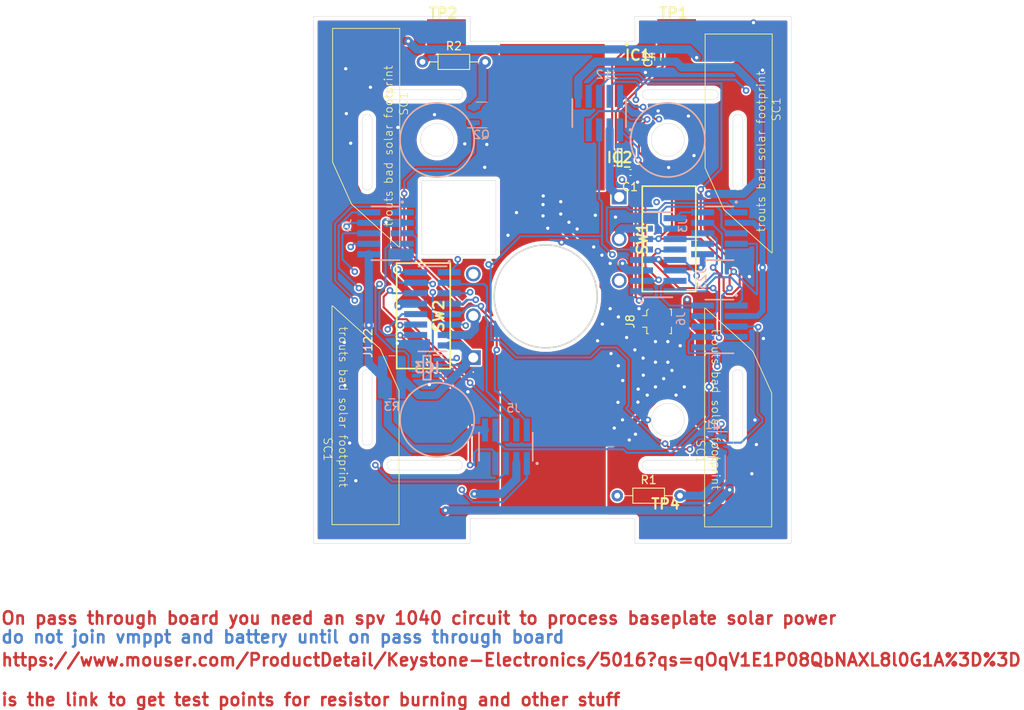
<source format=kicad_pcb>
(kicad_pcb (version 20221018) (generator pcbnew)
  (layers (0 "F.Cu" signal) (1 "In1.Cu" signal) (2 "In2.Cu" signal) (31 "B.Cu" signal) (34 "B.Paste" user) (35 "F.Paste" user) (36 "B.SilkS" user "B.Silkscreen") (37 "F.SilkS" user "F.Silkscreen") (38 "B.Mask" user) (39 "F.Mask" user) (44 "Edge.Cuts" user))
  (net 0 "")
  (net 1 "GND")
  (net 2 "+1V8")
  (net 3 "VMPPT")
  (net 4 "Battery +")
  (net 5 "SCL(1)")
  (net 6 "SDA(1)")
  (net 7 "SCL(2)")
  (net 8 "SDA(2) ")
  (net 9 "SDA(2)")
  (net 10 "PWM1(1)")
  (net 11 "PWM1(2)")
  (net 12 "PWM2(1)")
  (net 13 "1.8V")
  (net 14 "DRV ENABLE 3")
  (net 15 "DRV ENABLE 2")
  (net 16 "DRV ENABLE 1")
  (net 17 "PWM2(5)")
  (net 18 "MPPT ENABLE ")
  (net 19 "PWM1(5)")
  (net 20 "DRV ENABLE 5")
  (net 21 "PWM2(2) ")
  (net 22 "PWM1(3)")
  (net 23 "PWM2(3)")
  (net 24 "PWM1(4)")
  (net 25 "PWM2(4)")
  (net 26 "DRV ENABLE 4")
  (net 27 "RF ANTENNA")
  (net 30 "MCU ENABLE 2")
  (net 31 "MCU ENABLE 1")
  (net 32 "VBAT+")
  (net 36 "Net-(Q1-S)")
  (net 37 "Net-(Q2-S)")
  (net 38 "Vsolar")
  (footprint "Trisolar-x:solar" (layer "F.Cu") (at 159.463818 71.8595 -90)
    (fp_text reference "SC1")
    (fp_text value "Solar_Cell")
  )
  (footprint "Resistor_THT:R_Axial_DIN0204_L3.6mm_D1.6mm_P7.62mm_Horizontal" (layer "F.Cu") (at 149.86 77.216)
    (fp_text reference "R1")
    (fp_text value "R_Small_US")
  )
  (footprint "Capacitor_SMD:C_0402_1005Metric" (layer "F.Cu") (at 151.463 37.962 180)
    (fp_text reference "C1")
    (fp_text value "0.1uF")
  )
  (footprint "Resistor_THT:R_Axial_DIN0204_L3.6mm_D1.6mm_P7.62mm_Horizontal" (layer "F.Cu") (at 126.216 24.517)
    (fp_text reference "R2")
    (fp_text value "R_Small_US")
  )
  (footprint "KiCad:5016" (layer "F.Cu") (at 156.117 80.676)
    (fp_text reference "TP4")
    (fp_text value "TestPoint" hide)
  )
  (footprint "Connector_Coaxial:U.FL_Molex_MCRF_73412-0110_Vertical" (layer "F.Cu") (at 154.938 56.043 -90)
    (fp_text reference "J8")
    (fp_text value "Conn_Coaxial")
  )
  (footprint "Trisolar-x:solar" (layer "F.Cu") (at 124.451183 29.5915 90)
    (fp_text reference "SC1")
    (fp_text value "Solar_Cell")
  )
  (footprint "Switch:D2FA1" (layer "F.Cu") (at 132.386 60.446 90)
    (fp_text reference "SW2")
    (fp_text value "SW_SPDT" hide)
  )
  (footprint "Capacitor_SMD:C_0402_1005Metric" (layer "F.Cu") (at 154.771 24.216 90)
    (fp_text reference "C2")
    (fp_text value "0.1uF")
  )
  (footprint "Light:SOTFL50P190X60-8N" (layer "F.Cu") (at 150.15 36.139 180)
    (fp_text reference "IC2")
    (fp_text value "OPT4048DTSR" hide)
  )
  (footprint "KiCad:5016" (layer "F.Cu") (at 157.075 21.041)
    (fp_text reference "TP1")
    (fp_text value "TestPoint" hide)
  )
  (footprint "KiCad:5016" (layer "F.Cu") (at 129.126 21.056)
    (fp_text reference "TP2")
    (fp_text value "TestPoint" hide)
  )
  (footprint "Trisolar-x:solar" (layer "F.Cu") (at 114.226818 71.5805 -90)
    (fp_text reference "SC1")
    (fp_text value "Solar_Cell")
  )
  (footprint "PICO TRANSISTOR:antenna" (layer "F.Cu") (at 142.11 69.027 -90)
    (fp_text reference "U2" hide)
    (fp_text value "~")
  )
  (footprint "Switch:D2FA1" (layer "F.Cu") (at 150.097 40.934 -90)
    (fp_text reference locked "SW1")
    (fp_text value "SW_SPDT" hide)
  )
  (footprint "PICO TRANSISTOR:antenna" (layer "F.Cu") (at 141.986 32.512 90)
    (fp_text reference "U2" hide)
    (fp_text value "~")
  )
  (footprint "Trisolar-x:solar" (layer "F.Cu") (at 169.674 30.281 90)
    (fp_text reference "SC1")
    (fp_text value "Solar_Cell")
  )
  (footprint "Temp:SON65P200X200X80-7N" (layer "F.Cu") (at 152.361 23.706)
    (fp_text reference "IC1")
    (fp_text value "TMP117MAIDRVR" hide)
  )
  (footprint "FTSH-105-01-L-DV:SAMTEC_FTSH-105-XX-X-DV" (layer "B.Cu") (at 147.66 30.735 180)
    (fp_text reference "J12")
    (fp_text value "FTSH-105-XX-X-DV")
  )
  (footprint "Package_TO_SOT_SMD:SOT-23" (layer "B.Cu") (at 133.3855 30.964)
    (fp_text reference "Q2")
    (fp_text value "2N7002")
  )
  (footprint "Curren sensro:SOP65P280X110-8N" (layer "B.Cu") (at 126.764 61.669 180)
    (fp_text reference "IC3")
    (fp_text value "INA236AIDDFR" hide)
  )
  (footprint "Header:SAMTEC_FTSH-105-XX-X-DV" (layer "B.Cu") (at 162.265 56.66 -90)
    (fp_text reference "J6")
    (fp_text value "FTSH-105-XX-X-DV")
  )
  (footprint "Header:SAMTEC_FTSH-105-XX-X-DV" (layer "B.Cu") (at 162.265 45.34 -90)
    (fp_text reference "J3")
    (fp_text value "FTSH-105-XX-X-DV")
  )
  (footprint "Header:SAMTEC_FTSH-105-XX-X-DV" (layer "B.Cu") (at 136.34 71.265 180)
    (fp_text reference "J5")
    (fp_text value "FTSH-105-XX-X-DV")
  )
  (footprint "Header:SAMTEC_FTSH-105-XX-X-DV" (layer "B.Cu") (at 121.735 45.34 -90)
    (fp_text reference "J4")
    (fp_text value "FTSH-105-XX-X-DV")
  )
  (footprint "Package_TO_SOT_SMD:SOT-23" (layer "B.Cu") (at 161.5 71 180)
    (fp_text reference "Q1")
    (fp_text value "2N7002")
  )
  (footprint "baseplate to pt b:SAMTEC_FW-08-03-G-D-335-065" (layer "B.Cu") (at 127.425 54.522 -90)
    (fp_text reference "J122")
    (fp_text value "FLE-108-01-XX-DV")
  )
  (footprint "Resistor_SMD:R_1020_2550Metric" (layer "B.Cu") (at 122.5 62.834)
    (fp_text reference "R3")
    (fp_text value "20m")
  )
  (footprint "baseplate to pt b:SAMTEC_FW-08-03-G-D-335-065" (layer "B.Cu") (at 154.839 47.945 90)
    (fp_text reference "J23")
    (fp_text value "FLE-108-01-XX-DV")
  )
  (gr_circle (center 156 34) (end 160.5 34) (stroke (width 0.2)) (fill none) (layer "B.SilkS"))
  (gr_circle (center 128 34) (end 132.5 34) (stroke (width 0.2)) (fill none) (layer "B.SilkS"))
  (gr_circle (center 128 68) (end 132.5 68) (stroke (width 0.2)) (fill none) (layer "B.SilkS"))
  (gr_line (start 132 19) (end 113 19) (stroke (width 0.05)) (layer "Edge.Cuts"))
  (gr_line (start 163.9 70.5) (end 163.9 62.5) (stroke (width 0.05)) (layer "Edge.Cuts"))
  (gr_line (start 152 83) (end 171 83) (stroke (width 0.05)) (layer "Edge.Cuts"))
  (gr_line (start 132 22) (end 132 19) (stroke (width 0.05)) (layer "Edge.Cuts"))
  (gr_arc (start 122.5 29.1) (mid 121.9 28.5) (end 122.5 27.9) (stroke (width 0.05)) (layer "Edge.Cuts"))
  (gr_circle (center 128 34) (end 130 34) (stroke (width 0.05)) (fill none) (layer "Edge.Cuts"))
  (gr_line (start 122.5 27.9) (end 130.5 27.9) (stroke (width 0.05)) (layer "Edge.Cuts"))
  (gr_arc (start 118.9 62.5) (mid 119.5 61.9) (end 120.1 62.5) (stroke (width 0.05)) (layer "Edge.Cuts"))
  (gr_line (start 163.9 39.5) (end 163.9 31.5) (stroke (width 0.05)) (layer "Edge.Cuts"))
  (gr_line (start 152 19) (end 171 19) (stroke (width 0.05)) (layer "Edge.Cuts"))
  (gr_arc (start 163.9 62.5) (mid 164.5 61.9) (end 165.1 62.5) (stroke (width 0.05)) (layer "Edge.Cuts"))
  (gr_arc (start 161.5 27.9) (mid 162.1 28.5) (end 161.5 29.1) (stroke (width 0.05)) (layer "Edge.Cuts"))
  (gr_arc (start 165.1 70.5) (mid 164.5 71.1) (end 163.9 70.5) (stroke (width 0.05)) (layer "Edge.Cuts"))
  (gr_arc (start 118.9 31.5) (mid 119.5 30.9) (end 120.1 31.5) (stroke (width 0.05)) (layer "Edge.Cuts"))
  (gr_line (start 122.5 72.9) (end 130.5 72.9) (stroke (width 0.05)) (layer "Edge.Cuts"))
  (gr_line (start 113 19) (end 113 83) (stroke (width 0.05)) (layer "Edge.Cuts"))
  (gr_line (start 132 83) (end 132 80) (stroke (width 0.05)) (layer "Edge.Cuts"))
  (gr_rect (start 126.128 38.934) (end 135.128 47.934) (stroke (width 0.05)) (fill none) (layer "Edge.Cuts"))
  (gr_line (start 165.1 31.5) (end 165.1 39.5) (stroke (width 0.05)) (layer "Edge.Cuts"))
  (gr_arc (start 165.1 39.5) (mid 164.5 40.1) (end 163.9 39.5) (stroke (width 0.05)) (layer "Edge.Cuts"))
  (gr_circle (center 141.174 53.006) (end 147.424 53.006) (stroke (width 0.2)) (fill none) (layer "Edge.Cuts"))
  (gr_arc (start 130.5 72.9) (mid 131.1 73.5) (end 130.5 74.1) (stroke (width 0.05)) (layer "Edge.Cuts"))
  (gr_line (start 118.9 39.5) (end 118.9 31.5) (stroke (width 0.05)) (layer "Edge.Cuts"))
  (gr_line (start 161.5 74.1) (end 153.5 74.1) (stroke (width 0.05)) (layer "Edge.Cuts"))
  (gr_arc (start 161.5 72.9) (mid 162.1 73.5) (end 161.5 74.1) (stroke (width 0.05)) (layer "Edge.Cuts"))
  (gr_line (start 120.1 31.5) (end 120.1 39.5) (stroke (width 0.05)) (layer "Edge.Cuts"))
  (gr_line (start 130.5 29.1) (end 122.5 29.1) (stroke (width 0.05)) (layer "Edge.Cuts"))
  (gr_line (start 171 83) (end 171 19) (stroke (width 0.05)) (layer "Edge.Cuts"))
  (gr_arc (start 130.5 27.9) (mid 131.1 28.5) (end 130.5 29.1) (stroke (width 0.05)) (layer "Edge.Cuts"))
  (gr_line (start 165.1 62.5) (end 165.1 70.5) (stroke (width 0.05)) (layer "Edge.Cuts"))
  (gr_line (start 132 83) (end 113 83) (stroke (width 0.05)) (layer "Edge.Cuts"))
  (gr_arc (start 153.5 29.1) (mid 152.9 28.5) (end 153.5 27.9) (stroke (width 0.05)) (layer "Edge.Cuts"))
  (gr_arc (start 153.5 74.1) (mid 152.9 73.5) (end 153.5 72.9) (stroke (width 0.05)) (layer "Edge.Cuts"))
  (gr_line (start 152 80) (end 152 83) (stroke (width 0.05)) (layer "Edge.Cuts"))
  (gr_line (start 118.9 70.5) (end 118.9 62.5) (stroke (width 0.05)) (layer "Edge.Cuts"))
  (gr_arc (start 122.5 74.1) (mid 121.9 73.5) (end 122.5 72.9) (stroke (width 0.05)) (layer "Edge.Cuts"))
  (gr_line (start 120.1 62.5) (end 120.1 70.5) (stroke (width 0.05)) (layer "Edge.Cuts"))
  (gr_line (start 132 80) (end 152 80) (stroke (width 0.05)) (layer "Edge.Cuts"))
  (gr_line (start 152 22) (end 132 22) (stroke (width 0.05)) (layer "Edge.Cuts"))
  (gr_line (start 130.5 74.1) (end 122.5 74.1) (stroke (width 0.05)) (layer "Edge.Cuts"))
  (gr_line (start 161.5 29.1) (end 153.5 29.1) (stroke (width 0.05)) (layer "Edge.Cuts"))
  (gr_line (start 152 19) (end 152 22) (stroke (width 0.05)) (layer "Edge.Cuts"))
  (gr_circle (center 156 34) (end 158 34) (stroke (width 0.05)) (fill none) (layer "Edge.Cuts"))
  (gr_line (start 153.5 27.9) (end 161.5 27.9) (stroke (width 0.05)) (layer "Edge.Cuts"))
  (gr_line (start 153.5 72.9) (end 161.5 72.9) (stroke (width 0.05)) (layer "Edge.Cuts"))
  (gr_arc (start 120.1 70.5) (mid 119.5 71.1) (end 118.9 70.5) (stroke (width 0.05)) (layer "Edge.Cuts"))
  (gr_circle (center 156 68) (end 158 68) (stroke (width 0.05)) (fill none) (layer "Edge.Cuts"))
  (gr_arc (start 163.9 31.5) (mid 164.5 30.9) (end 165.1 31.5) (stroke (width 0.05)) (layer "Edge.Cuts"))
  (gr_arc (start 120.1 39.5) (mid 119.5 40.1) (end 118.9 39.5) (stroke (width 0.05)) (layer "Edge.Cuts"))
  (gr_text "On pass through board you need an spv 1040 circuit to process baseplate solar power \n" (at 74.93 92.964) (layer "F.Cu") (effects (font (size 1.5 1.5) (thickness 0.3) bold) (justify left bottom)))
  (gr_text "https://www.mouser.com/ProductDetail/Keystone-Electronics/5016?qs=qOqV1E1P08QbNAXL8l0G1A%3D%3D\n\nis the link to get test points for resistor burning and other stuff\n" (at 74.93 102.87) (layer "F.Cu") (effects (font (size 1.5 1.5) (thickness 0.3) bold) (justify left bottom)))
  (gr_text "do not join vmppt and battery until on pass through board\n" (at 74.93 95.25) (layer "B.Cu") (effects (font (size 1.5 1.5) (thickness 0.3) bold) (justify left bottom)))
  (segment (start 150.425 36.364) (end 150.425 35.414) (width 0.25) (layer "F.Cu") (net 1))
  (segment (start 127.05 63.725) (end 123.135318 63.725) (width 1) (layer "F.Cu") (net 1))
  (segment (start 151.06 36.389) (end 150.45 36.389) (width 0.25) (layer "F.Cu") (net 1))
  (segment (start 150.45 36.389) (end 150.425 36.364) (width 0.25) (layer "F.Cu") (net 1))
  (segment (start 150.425 35.414) (end 150.45 35.389) (width 0.25) (layer "F.Cu") (net 1))
  (segment (start 150.45 35.389) (end 151.06 35.389) (width 0.25) (layer "F.Cu") (net 1))
  (segment (start 123.135318 63.725) (end 121.592818 62.1825) (width 1) (layer "F.Cu") (net 1))
  (via (at 149.95 65.875) (size 0.8) (drill 0.4) (layers "F.Cu" "B.Cu") (net 1))
  (via (at 131.35 34.475) (size 0.8) (drill 0.4) (layers "F.Cu" "B.Cu") (net 1))
  (via (at 118.125 75.4) (size 0.8) (drill 0.4) (layers "F.Cu" "B.Cu") (net 1))
  (via (at 154.5 58.5) (size 0.8) (drill 0.4) (layers "F.Cu" "B.Cu") (net 1))
  (via (at 131.725 64.6) (size 0.8) (drill 0.4) (layers "F.Cu" "B.Cu") (net 1))
  (via (at 166.575 68.025) (size 0.8) (drill 0.4) (layers "F.Cu" "B.Cu") (net 1))
  (via (at 152.075 69.75) (size 0.8) (drill 0.4) (layers "F.Cu" "B.Cu") (net 1))
  (via (at 149.1 59.95) (size 0.8) (drill 0.4) (layers "F.Cu" "B.Cu") (net 1))
  (via (at 147 47) (size 0.8) (drill 0.4) (layers "F.Cu" "B.Cu") (net 1))
  (via (at 143.1 46.44) (size 0.8) (drill 0.4) (layers "F.Cu" "B.Cu") (net 1))
  (via (at 141.425 44.725) (size 0.8) (drill 0.4) (layers "F.Cu" "B.Cu") (net 1))
  (via (at 148.05 56.375) (size 0.8) (drill 0.4) (layers "F.Cu" "B.Cu") (net 1))
  (via (at 149.65 43.375) (size 0.8) (drill 0.4) (layers "F.Cu" "B.Cu") (net 1))
  (via (at 117.5 34.4) (size 0.8) (drill 0.4) (layers "F.Cu" "B.Cu") (net 1))
  (via (at 153.025 62.575) (size 0.8) (drill 0.4) (layers "F.Cu" "B.Cu") (net 1))
  (via (at 152.37 65.85) (size 0.8) (drill 0.4) (layers "F.Cu" "B.Cu") (net 1))
  (via (at 157 65) (size 0.8) (drill 0.4) (layers "F.Cu" "B.Cu") (net 1))
  (via (at 144 44) (size 0.8) (drill 0.4) (layers "F.Cu" "B.Cu") (net 1))
  (via (at 143 43) (size 0.8) (drill 0.4) (layers "F.Cu" "B.Cu") (net 1))
  (via (at 158.5 31.1) (size 0.8) (drill 0.4) (layers "F.Cu" "B.Cu") (net 1))
  (via (at 155.5 63) (size 0.8) (drill 0.4) (layers "F.Cu" "B.Cu") (net 1))
  (via (at 150.5 68) (size 0.8) (drill 0.4) (layers "F.Cu" "B.Cu") (net 1))
  (via (at 152.4 64.27) (size 0.8) (drill 0.4) (layers "F.Cu" "B.Cu") (net 1))
  (via (at 133.775 37.325) (size 0.8) (drill 0.4) (layers "F.Cu" "B.Cu") (net 1))
  (via (at 148 48) (size 0.8) (drill 0.4) (layers "F.Cu" "B.Cu") (net 1))
  (via (at 153.5 65) (size 0.8) (drill 0.4) (layers "F.Cu" "B.Cu") (net 1))
  (via (at 156.1 37.35) (size 0.8) (drill 0.4) (layers "F.Cu" "B.Cu") (net 1))
  (via (at 154.5 61) (size 0.8) (drill 0.4) (layers "F.Cu" "B.Cu") (net 1))
  (via (at 167.5 25.525) (size 0.8) (drill 0.4) (layers "F.Cu" "B.Cu") (net 1))
  (via (at 166.75 71) (size 0.8) (drill 0.4) (layers "F.Cu" "B.Cu") (net 1))
  (via (at 150.525 63.225) (size 0.8) (drill 0.4) (layers "F.Cu" "B.Cu") (net 1))
  (via (at 154.825 30.475) (size 0.8) (drill 0.4) (layers "F.Cu" "B.Cu") (net 1))
  (via (at 153.275 25.8) (size 0.8) (drill 0.4) (layers "F.Cu" "B.Cu") (net 1))
  (via (at 149.99 61.43) (size 0.8) (drill 0.4) (layers "F.Cu" "B.Cu") (net 1))
  (via (at 152.5 54.5) (size 0.8) (drill 0.4) (layers "F.Cu" "B.Cu") (net 1))
  (via (at 165.9 50.6) (size 0.8) (drill 0.4) (layers "F.Cu" "B.Cu") (net 1))
  (via (at 116.8 63.825) (size 0.8) (drill 0.4) (layers "F.Cu" "B.Cu") (net 1))
  (via (at 151 58) (size 0.8) (drill 0.4) (layers "F.Cu" "B.Cu") (net 1))
  (via (at 151.325 70.45) (size 0.8) (drill 0.4) (layers "F.Cu" "B.Cu") (net 1))
  (via (at 127.05 63.725) (size 0.8) (drill 0.4) (layers "F.Cu" "B.Cu") (net 1))
  (via (at 158 64) (size 0.8) (drill 0.4) (layers "F.Cu" "B.Cu") (net 1))
  (via (at 166.4 19.75) (size 0.8) (drill 0.4) (layers "F.Cu" "B.Cu") (net 1))
  (via (at 152 59.5) (size 0.8) (drill 0.4) (layers "F.Cu" "B.Cu") (net 1))
  (via (at 123.225 32.475) (size 0.8) (drill 0.4) (layers "F.Cu" "B.Cu") (net 1))
  (via (at 152.325 39.125) (size 0.8) (drill 0.4) (layers "F.Cu" "B.Cu") (net 1))
  (via (at 166.2 74.55) (size 0.8) (drill 0.4) (layers "F.Cu" "B.Cu") (net 1))
  (via (at 147.2 43.15) (size 0.8) (drill 0.4) (layers "F.Cu" "B.Cu") (net 1))
  (via (at 153.56 68.01) (size 0.8) (drill 0.4) (layers "F.Cu" "B.Cu") (net 1))
  (via (at 136.6 45.575) (size 0.8) (drill 0.4) (layers "F.Cu" "B.Cu") (net 1))
  (via (at 116.9 25.35) (size 0.8) (drill 0.4) (layers "F.Cu" "B.Cu") (net 1))
  (via (at 127.675 30.925) (size 0.8) (drill 0.4) (layers "F.Cu" "B.Cu") (net 1))
  (via (at 134.025 34.55) (size 0.8) (drill 0.4) (layers "F.Cu" "B.Cu") (net 1))
  (via (at 150 55.5) (size 0.8) (drill 0.4) (layers "F.Cu" "B.Cu") (net 1))
  (via (at 116.975 30.8) (size 0.8) (drill 0.4) (layers "F.Cu" "B.Cu") (net 1))
  (via (at 156 61) (size 0.8) (drill 0.4) (layers "F.Cu" "B.Cu") (net 1))
  (via (at 156 58.5) (size 0.8) (drill 0.4) (layers "F.Cu" "B.Cu") (net 1))
  (via (at 149 54.5) (size 0.8) (drill 0.4) (layers "F.Cu" "B.Cu") (net 1))
  (via (at 167.6 58.125) (size 0.8) (drill 0.4) (layers "F.Cu" "B.Cu") (net 1))
  (via (at 137.625 42.825) (size 0.8) (drill 0.4) (layers "F.Cu" "B.Cu") (net 1))
  (via (at 149.5 69) (size 0.8) (drill 0.4) (layers "F.Cu" "B.Cu") (net 1))
  (via (at 153 60.5) (size 0.8) (drill 0.4) (layers "F.Cu" "B.Cu") (net 1))
  (via (at 119.9 27.6) (size 0.8) (drill 0.4) (layers "F.Cu" "B.Cu") (net 1))
  (via (at 117.375 70.825) (size 0.8) (drill 0.4) (layers "F.Cu" "B.Cu") (net 1))
  (via (at 123.175 58.7) (size 0.8) (drill 0.4) (layers "F.Cu" "B.Cu") (net 1))
  (via (at 140.875 40.8) (size 0.8) (drill 0.4) (layers "F.Cu" "B.Cu") (net 1))
  (via (at 156.5 62) (size 0.8) (drill 0.4) (layers "F.Cu" "B.Cu") (net 1))
  (via (at 140.85 41.85) (size 0.8) (drill 0.4) (layers "F.Cu" "B.Cu") (net 1))
  (via (at 147.475 58.4) (size 0.8) (drill 0.4) (layers "F.Cu" "B.Cu") (net 1))
  (via (at 154.5 64) (size 0.8) (drill 0.4) (layers "F.Cu" "B.Cu") (net 1))
  (via (at 157.5 59) (size 0.8) (drill 0.4) (layers "F.Cu" "B.Cu") (net 1))
  (via (at 140.85 43.225) (size 0.8) (drill 0.4) (layers "F.Cu" "B.Cu") (net 1))
  (via (at 116.725 58.6) (size 0.8) (drill 0.4) (layers "F.Cu" "B.Cu") (net 1))
  (via (at 149 49) (size 0.8) (drill 0.4) (layers "F.Cu" "B.Cu") (net 1))
  (via (at 144.99 44.82) (size 0.8) (drill 0.4) (layers "F.Cu" "B.Cu") (net 1))
  (via (at 143 41.5) (size 0.8) (drill 0.4) (layers "F.Cu" "B.Cu") (net 1))
  (via (at 159.175 35.9) (size 0.8) (drill 0.4) (layers "F.Cu" "B.Cu") (net 1))
  (segment (start 155.879498 49.5) (end 154.879498 48.5) (width 0.7) (layer "F.Cu") (net 3))
  (segment (start 160 49.5) (end 155.879498 49.5) (width 0.7) (layer "F.Cu") (net 3))
  (via (at 160 49.5) (size 0.8) (drill 0.4) (layers "F.Cu" "B.Cu") (net 3))
  (via (at 160.954827 40.561853) (size 0.8) (drill 0.4) (layers "F.Cu" "B.Cu") (net 3))
  (via (at 130.3705 60.5) (size 0.8) (drill 0.4) (layers "F.Cu" "B.Cu") (net 3))
  (via (at 154.879498 48.5) (size 0.8) (drill 0.4) (layers "F.Cu" "B.Cu") (net 3))
  (via (at 162 61.5) (size 0.8) (drill 0.4) (layers "F.Cu" "B.Cu") (net 3))
  (via (at 119.7 56.5) (size 0.8) (drill 0.4) (layers "F.Cu" "B.Cu") (net 3))
  (segment (start 128.089 60.694) (end 130.1765 60.694) (width 0.25) (layer "B.Cu") (net 3))
  (segment (start 152.884 48.5) (end 152.804 48.58) (width 0.7) (layer "B.Cu") (net 3))
  (segment (start 160.23 49.27) (end 160 49.5) (width 0.7) (layer "B.Cu") (net 3))
  (segment (start 145.12 26.605) (end 145.12 28.7) (width 1) (layer "B.Cu") (net 3))
  (segment (start 132.27 69.23) (end 130 71.5) (width 1) (layer "B.Cu") (net 3))
  (segment (start 122 63.459) (end 121.375 62.834) (width 1) (layer "B.Cu") (net 3))
  (segment (start 160.23 47.88) (end 160.23 49.27) (width 0.7) (layer "B.Cu") (net 3))
  (segment (start 125 71.5) (end 122 68.5) (width 1) (layer "B.Cu") (net 3))
  (segment (start 119.7 56.5) (end 119.7 61.159) (width 1) (layer "B.Cu") (net 3))
  (segment (start 160.23 59.2) (end 161.259594 59.2) (width 0.7) (layer "B.Cu") (net 3))
  (segment (start 165.172944 40.561853) (end 160.954827 40.561853) (width 1) (layer "B.Cu") (net 3))
  (segment (start 157 24.5) (end 157.675 25.175) (width 1) (layer "B.Cu") (net 3))
  (segment (start 157 24.5) (end 147.225 24.5) (width 1) (layer "B.Cu") (net 3))
  (segment (start 167 38.734797) (end 165.172944 40.561853) (width 1) (layer "B.Cu") (net 3))
  (segment (start 167 27.944365) (end 167 38.734797) (width 1) (layer "B.Cu") (net 3))
  (segment (start 130.1765 60.694) (end 130.3705 60.5) (width 0.25) (layer "B.Cu") (net 3))
  (segment (start 122 68.5) (end 122 63.459) (width 1) (layer "B.Cu") (net 3))
  (segment (start 161.259594 59.2) (end 162 59.940406) (width 0.7) (layer "B.Cu") (net 3))
  (segment (start 162 59.940406) (end 162 61.5) (width 0.7) (layer "B.Cu") (net 3))
  (segment (start 157.675 25.175) (end 164.230635 25.175) (width 1) (layer "B.Cu") (net 3))
  (segment (start 133.8 69.23) (end 132.27 69.23) (width 1) (layer "B.Cu") (net 3))
  (segment (start 130 71.5) (end 125 71.5) (width 1) (layer "B.Cu") (net 3))
  (segment (start 119.7 47.88) (end 119.7 56.5) (width 1) (layer "B.Cu") (net 3))
  (segment (start 147.225 24.5) (end 145.12 26.605) (width 1) (layer "B.Cu") (net 3))
  (segment (start 154.879498 48.5) (end 152.884 48.5) (width 0.7) (layer "B.Cu") (net 3))
  (segment (start 164.230635 25.175) (end 167 27.944365) (width 1) (layer "B.Cu") (net 3))
  (segment (start 119.7 61.159) (end 121.375 62.834) (width 1) (layer "B.Cu") (net 3))
  (segment (start 121.795 49.855) (end 124.6325 52.6925) (width 1) (layer "F.Cu") (net 4))
  (segment (start 121.795 44) (end 121.795 49.855) (width 1) (layer "F.Cu") (net 4))
  (segment (start 123.325 54) (end 124.6325 52.6925) (width 1) (layer "F.Cu") (net 4))
  (segment (start 129.126 21.607) (end 126.216 24.517) (width 1) (layer "F.Cu") (net 4))
  (segment (start 123.325 54.2) (end 123.325 54) (width 1) (layer "F.Cu") (net 4))
  (segment (start 124.6325 52.6925) (end 132.386 60.446) (width 1) (layer "F.Cu") (net 4))
  (segment (start 129.126 21.056) (end 129.126 21.607) (width 1) (layer "F.Cu") (net 4))
  (via (at 121.795 44) (size 0.8) (drill 0.4) (layers "F.Cu" "B.Cu") (net 4))
  (via (at 123.325 54.2) (size 0.8) (drill 0.4) (layers "F.Cu" "B.Cu") (net 4))
  (via (at 132.5 77) (size 0.8) (drill 0.4) (layers "F.Cu" "B.Cu") (net 4))
  (via (at 167.5 49.5) (size 0.8) (drill 0.4) (layers "F.Cu" "B.Cu") (net 4))
  (segment (start 123.638 53.887) (end 123.325 54.2) (width 1) (layer "B.Cu") (net 4))
  (segment (start 167.5 49.5) (end 167.5 45.175) (width 0.7) (layer "B.Cu") (net 4))
  (segment (start 125.791 65) (end 123.625 62.834) (width 1) (layer "B.Cu") (net 4))
  (segment (start 166.89 55.39) (end 167.5 54.78) (width 0.7) (layer "B.Cu") (net 4))
  (segment (start 148.93 39.767) (end 150.097 40.934) (width 1) (layer "B.Cu") (net 4))
  (segment (start 131.47 61.413) (end 127.883 65) (width 1) (layer "B.Cu") (net 4))
  (segment (start 128.089 61.344) (end 131.488 61.344) (width 0.25) (layer "B.Cu") (net 4))
  (segment (start 135 77) (end 132.5 77) (width 1) (layer "B.Cu") (net 4))
  (segment (start 166.395 44.07) (end 164.3 44.07) (width 0.7) (layer "B.Cu") (net 4))
  (segment (start 131.488 61.344) (end 132.386 60.446) (width 0.25) (layer "B.Cu") (net 4))
  (segment (start 131.47 59.53) (end 131.47 61.413) (width 1) (layer "B.Cu") (net 4))
  (segment (start 164.3 55.39) (end 166.89 55.39) (width 0.7) (layer "B.Cu") (net 4))
  (segment (start 123.77 44.07) (end 121.865 44.07) (width 1) (layer "B.Cu") (net 4))
  (segment (start 135.805 77) (end 135 77) (width 1) (layer "B.Cu") (net 4))
  (segment (start 131.47 59.53) (end 132.386 60.446) (width 1) (layer "B.Cu") (net 4))
  (segment (start 137.61 75.195) (end 135.805 77) (width 1) (layer "B.Cu") (net 4))
  (segment (start 121.865 44.07) (end 121.795 44) (width 1) (layer "B.Cu") (net 4))
  (segment (start 127.883 65) (end 125.791 65) (width 1) (layer "B.Cu") (net 4))
  (segment (start 137.61 73.3) (end 137.61 75.195) (width 1) (layer "B.Cu") (net 4))
  (segment (start 125.39 53.887) (end 123.638 53.887) (width 1) (layer "B.Cu") (net 4))
  (segment (start 167.5 54.78) (end 167.5 49.5) (width 0.7) (layer "B.Cu") (net 4))
  (segment (start 167.5 45.175) (end 166.395 44.07) (width 0.7) (layer "B.Cu") (net 4))
  (segment (start 148.93 32.77) (end 148.93 39.767) (width 1) (layer "B.Cu") (net 4))
  (segment (start 129.46 58.967) (end 130.907 58.967) (width 1) (layer "B.Cu") (net 4))
  (segment (start 130.907 58.967) (end 131.47 59.53) (width 1) (layer "B.Cu") (net 4))
  (via (at 165.5 28) (size 0.8) (drill 0.4) (layers "F.Cu" "B.Cu") (net 5))
  (via (at 123.247464 49.752536) (size 0.8) (drill 0.4) (layers "F.Cu" "B.Cu") (net 5))
  (via (at 127.465498 52.5) (size 0.8) (drill 0.4) (layers "F.Cu" "B.Cu") (net 5))
  (via (at 161 64) (size 0.8) (drill 0.4) (layers "F.Cu" "B.Cu") (net 5))
  (via (at 117.5 47) (size 0.8) (drill 0.4) (layers "F.Cu" "B.Cu") (net 5))
  (segment (start 125.39 50.077) (end 123.571928 50.077) (width 0.25) (layer "B.Cu") (net 5))
  (segment (start 127 61.833) (end 127 60) (width 0.25) (layer "B.Cu") (net 5))
  (segment (start 165.5 28) (end 164.186396 26.686396) (width 0.25) (layer "B.Cu") (net 5))
  (segment (start 158.51 58.505) (end 158.51 59.895) (width 0.25) (layer "B.Cu") (net 5))
  (segment (start 150.58 71.58) (end 136.275 71.58) (width 0.25) (layer "B.Cu") (net 5))
  (segment (start 125.439 62.644) (end 125.439 62.561) (width 0.25) (layer "B.Cu") (net 5))
  (segment (start 119.7 46.61) (end 117.89 46.61) (width 0.25) (layer "B.Cu") (net 5))
  (segment (start 161 67.5) (end 156.5 72) (width 0.25) (layer "B.Cu") (net 5))
  (segment (start 147.9 26.05) (end 146.39 27.56) (width 0.25) (layer "B.Cu") (net 5))
  (segment (start 164.186396 26.686396) (end 153.095584 26.686396) (width 0.25) (layer "B.Cu") (net 5))
  (segment (start 156.5 72) (end 151 72) (width 0.25) (layer "B.Cu") (net 5))
  (segment (start 126.272 62.561) (end 125.522 62.561) (width 0.25) (layer "B.Cu") (net 5))
  (segment (start 159.085 57.93) (end 158.51 58.505) (width 0.25) (layer "B.Cu") (net 5))
  (segment (start 161 59.895) (end 161 64) (width 0.25) (layer "B.Cu") (net 5))
  (segment (start 136.275 71.58) (end 135.07 70.375) (width 0.25) (layer "B.Cu") (net 5))
  (segment (start 125.522 62.561) (end 125.439 62.644) (width 0.25) (layer "B.Cu") (net 5))
  (segment (start 158.51 59.895) (end 161 59.895) (width 0.25) (layer "B.Cu") (net 5))
  (segment (start 160.23 57.93) (end 159.085 57.93) (width 0.25) (layer "B.Cu") (net 5))
  (segment (start 127 61.833) (end 126.272 62.561) (width 0.25) (layer "B.Cu") (net 5))
  (segment (start 123.571928 50.077) (end 123.247464 49.752536) (width 0.25) (layer "B.Cu") (net 5))
  (segment (start 127.465498 59.534502) (end 127.465498 52.5) (width 0.25) (layer "B.Cu") (net 5))
  (segment (start 127 60) (end 127.465498 59.534502) (width 0.25) (layer "B.Cu") (net 5))
  (segment (start 153.095584 26.686396) (end 152.459188 26.05) (width 0.25) (layer "B.Cu") (net 5))
  (segment (start 151 72) (end 150.58 71.58) (width 0.25) (layer "B.Cu") (net 5))
  (segment (start 135.07 70.375) (end 135.07 69.23) (width 0.25) (layer "B.Cu") (net 5))
  (segment (start 161 64) (end 161 67.5) (width 0.25) (layer "B.Cu") (net 5))
  (segment (start 152.459188 26.05) (end 147.9 26.05) (width 0.25) (layer "B.Cu") (net 5))
  (segment (start 146.39 27.56) (end 146.39 28.7) (width 0.25) (layer "B.Cu") (net 5))
  (segment (start 117.89 46.61) (end 117.5 47) (width 0.25) (layer "B.Cu") (net 5))
  (segment (start 156.35 71.575) (end 155.675 70.9) (width 0.25) (layer "F.Cu") (net 6))
  (segment (start 158.675 71.575) (end 156.35 71.575) (width 0.25) (layer "F.Cu") (net 6))
  (via (at 155.675 70.9) (size 0.8) (drill 0.4) (layers "F.Cu" "B.Cu") (net 6))
  (via (at 127.465498 51.5) (size 0.8) (drill 0.4) (layers "F.Cu" "B.Cu") (net 6))
  (via (at 166.975 56.725) (size 0.8) (drill 0.4) (layers "F.Cu" "B.Cu") (net 6))
  (via (at 149.274091 47.922798) (size 0.8) (drill 0.4) (layers "F.Cu" "B.Cu") (net 6))
  (via (at 158.675 71.575) (size 0.8) (drill 0.4) (layers "F.Cu" "B.Cu") (net 6))
  (via (at 134.25 49.125) (size 0.8) (drill 0.4) (layers "F.Cu" "B.Cu") (net 6))
  (via (at 120.5 73.5) (size 0.8) (drill 0.4) (layers "F.Cu" "B.Cu") (net 6))
  (via (at 121 51.5) (size 0.8) (drill 0.4) (layers "F.Cu" "B.Cu") (net 6))
  (segment (start 136.34 73.3) (end 136.34 74.325) (width 0.25) (layer "B.Cu") (net 6))
  (segment (start 122.687 59.662) (end 120.525 57.5) (width 0.25) (layer "B.Cu") (net 6))
  (segment (start 136.34 74.325) (end 135.165 75.5) (width 0.25) (layer "B.Cu") (net 6))
  (segment (start 135.45 58.3) (end 137.575 60.425) (width 0.25) (layer "B.Cu") (net 6))
  (segment (start 147.66 41.16) (end 148 41.5) (width 0.25) (layer "B.Cu") (net 6))
  (segment (start 122.5 75.5) (end 120.5 73.5) (width 0.25) (layer "B.Cu") (net 6))
  (segment (start 125.49 48.392) (end 124.854464 49.027536) (width 0.25) (layer "B.Cu") (net 6))
  (segment (start 134.675 49.125) (end 134.25 49.125) (width 0.25) (layer "B.Cu") (net 6))
  (segment (start 155.2 70.9) (end 155.675 70.9) (width 0.25) (layer "B.Cu") (net 6))
  (segment (start 148 45.7) (end 148 46.648707) (width 0.25) (layer "B.Cu") (net 6))
  (segment (start 120.525 57.5) (end 120.525 51.975) (width 0.25) (layer "B.Cu") (net 6))
  (segment (start 134.55 58.3) (end 135.45 58.3) (width 0.25) (layer "B.Cu") (net 6))
  (segment (start 124.915 45.34) (end 125.49 45.915) (width 0.25) (layer "B.Cu") (net 6))
  (segment (start 124 59.662) (end 122.687 59.662) (width 0.25) (layer "B.Cu") (net 6))
  (segment (start 135.165 75.5) (end 132.5 75.5) (width 0.25) (layer "B.Cu") (net 6))
  (segment (start 134.25 49.125) (end 134.49041 49.36541) (width 0.25) (layer "B.Cu") (net 6))
  (segment (start 123.77 45.34) (end 124.915 45.34) (width 0.25) (layer "B.Cu") (net 6))
  (segment (start 161.314949 70.343198) (end 159.781802 70.343198) (width 0.25) (layer "B.Cu") (net 6))
  (segment (start 149.775 59.225) (end 151.25 60.7) (width 0.25) (layer "B.Cu") (net 6))
  (segment (start 134.49041 49.36541) (end 134.49041 55.667288) (width 0.25) (layer "B.Cu") (net 6))
  (segment (start 166.875 56.825) (end 166.875 67.214) (width 0.25) (layer "B.Cu") (net 6))
  (segment (start 122.522464 49.452231) (end 122.522464 50.522464) (width 0.25) (layer "B.Cu") (net 6))
  (segment (start 167.475 67.814) (end 167.475 68.201777) (width 0.25) (layer "B.Cu") (net 6))
  (segment (start 166.875 67.214) (end 167.475 67.814) (width 0.25) (layer "B.Cu") (net 6))
  (segment (start 125.39 51.347) (end 127.312498 51.347) (width 0.25) (layer "B.Cu") (net 6))
  (segment (start 125.439 61.994) (end 124.689 61.994) (width 0.25) (layer "B.Cu") (net 6))
  (segment (start 161.746751 70.775) (end 161.314949 70.343198) (width 0.25) (layer "B.Cu") (net 6))
  (segment (start 147.66 32.77) (end 147.66 41.16) (width 0.25) (layer "B.Cu") (net 6))
  (segment (start 122.947159 49.027536) (end 122.522464 49.452231) (width 0.25) (layer "B.Cu") (net 6))
  (segment (start 132.5 75.5) (end 122.5 75.5) (width 0.25) (layer "B.Cu") (net 6))
  (segment (start 164.3 56.66) (end 166.91 56.66) (width 0.25) (layer "B.Cu") (net 6))
  (segment (start 148 45.7) (end 138.1 45.7) (width 0.25) (layer "B.Cu") (net 6))
  (segment (start 166.975 56.725) (end 166.875 56.825) (width 0.25) (layer "B.Cu") (net 6))
  (segment (start 124.689 61.994) (end 124.525 61.83) (width 0.25) (layer "B.Cu") (net 6))
  (segment (start 124.525 61.83) (end 124.525 60.187) (width 0.25) (layer "B.Cu") (net 6))
  (segment (start 166.91 56.66) (end 166.975 56.725) (width 0.25) (layer "B.Cu") (net 6))
  (segment (start 158.675 71.45) (end 158.675 71.575) (width 0.25) (layer "B.Cu") (net 6))
  (segment (start 148 41.5) (end 148 45.7) (width 0.25) (layer "B.Cu") (net 6))
  (segment (start 150.9 66.6) (end 155.2 70.9) (width 0.25) (layer "B.Cu") (net 6))
  (segment (start 147.825 59.225) (end 149.775 59.225) (width 0.25) (layer "B.Cu") (net 6))
  (segment (start 167.475 68.201777) (end 164.901777 70.775) (width 0.25) (layer "B.Cu") (net 6))
  (segment (start 151.25 66.25) (end 150.9 66.6) (width 0.25) (layer "B.Cu") (net 6))
  (segment (start 151.25 60.7) (end 151.25 66.25) (width 0.25) (layer "B.Cu") (net 6))
  (segment (start 124.854464 49.027536) (end 122.947159 49.027536) (width 0.25) (layer "B.Cu") (net 6))
  (segment (start 159.781802 70.343198) (end 158.675 71.45) (width 0.25) (layer "B.Cu") (net 6))
  (segment (start 123.347 51.347) (end 125.39 51.347) (width 0.25) (layer "B.Cu") (net 6))
  (segment (start 164.901777 70.775) (end 161.746751 70.775) (width 0.25) (layer "B.Cu") (net 6))
  (segment (start 127.312498 51.347) (end 127.465498 51.5) (width 0.25) (layer "B.Cu") (net 6))
  (segment (start 122.522464 50.522464) (end 123.347 51.347) (width 0.25) (layer "B.Cu") (net 6))
  (segment (start 138.1 45.7) (end 134.675 49.125) (width 0.25) (layer "B.Cu") (net 6))
  (segment (start 134.561 58.289) (end 134.55 58.3) (width 0.25) (layer "B.Cu") (net 6))
  (segment (start 146.625 60.425) (end 147.825 59.225) (width 0.25) (layer "B.Cu") (net 6))
  (segment (start 148 46.648707) (end 149.274091 47.922798) (width 0.25) (layer "B.Cu") (net 6))
  (segment (start 137.575 60.425) (end 146.625 60.425) (width 0.25) (layer "B.Cu") (net 6))
  (segment (start 134.49041 55.667288) (end 134.561 55.737878) (width 0.25) (layer "B.Cu") (net 6))
  (segment (start 134.561 55.737878) (end 134.561 58.289) (width 0.25) (layer "B.Cu") (net 6))
  (segment (start 125.49 45.915) (end 125.49 48.392) (width 0.25) (layer "B.Cu") (net 6))
  (segment (start 124.525 60.187) (end 124 59.662) (width 0.25) (layer "B.Cu") (net 6))
  (segment (start 120.525 51.975) (end 121 51.5) (width 0.25) (layer "B.Cu") (net 6))
  (segment (start 149.24 24.652) (end 149.24 35.389) (width 0.25) (layer "F.Cu") (net 7))
  (segment (start 150.836 23.056) (end 149.24 24.652) (width 0.25) (layer "F.Cu") (net 7))
  (segment (start 151.311 23.056) (end 150.836 23.056) (width 0.25) (layer "F.Cu") (net 7))
  (segment (start 156.874 46.04) (end 159.66 46.04) (width 0.25) (layer "B.Cu") (net 7))
  (segment (start 159.66 46.04) (end 160.23 46.61) (width 0.25) (layer "B.Cu") (net 7))
  (segment (start 153.411 23.056) (end 153.436 23.081) (width 0.25) (layer "F.Cu") (net 8))
  (segment (start 149.875 35.099) (end 149.875 36.864) (width 0.25) (layer "F.Cu") (net 8))
  (segment (start 149.69 30.531) (end 149.69 34.914) (width 0.25) (layer "F.Cu") (net 8))
  (segment (start 154.92 25.301) (end 149.69 30.531) (width 0.25) (layer "F.Cu") (net 8))
  (segment (start 153.436 23.081) (end 155.09 23.081) (width 0.25) (layer "F.Cu") (net 8))
  (segment (start 149.69 34.914) (end 149.875 35.099) (width 0.25) (layer "F.Cu") (net 8))
  (segment (start 155.406 23.397) (end 155.406 25.028609) (width 0.25) (layer "F.Cu") (net 8))
  (segment (start 155.133609 25.301) (end 154.92 25.301) (width 0.25) (layer "F.Cu") (net 8))
  (segment (start 155.09 23.081) (end 155.406 23.397) (width 0.25) (layer "F.Cu") (net 8))
  (segment (start 155.406 25.028609) (end 155.133609 25.301) (width 0.25) (layer "F.Cu") (net 8))
  (segment (start 149.875 36.864) (end 149.85 36.889) (width 0.25) (layer "F.Cu") (net 8))
  (segment (start 149.85 36.889) (end 149.24 36.889) (width 0.25) (layer "F.Cu") (net 8))
  (segment (start 155.154 44.075) (end 155.154 42.805) (width 0.25) (layer "B.Cu") (net 9))
  (segment (start 155.854 42.105) (end 161.95 42.105) (width 0.25) (layer "B.Cu") (net 9))
  (segment (start 163.275 45.34) (end 164.3 45.34) (width 0.25) (layer "B.Cu") (net 9))
  (segment (start 155.849 44.77) (end 155.154 44.075) (width 0.25) (layer "B.Cu") (net 9))
  (segment (start 155.154 42.805) (end 155.854 42.105) (width 0.25) (layer "B.Cu") (net 9))
  (segment (start 162.5 42.655) (end 162.5 44.565) (width 0.25) (layer "B.Cu") (net 9))
  (segment (start 156.874 44.77) (end 155.849 44.77) (width 0.25) (layer "B.Cu") (net 9))
  (segment (start 162.5 44.565) (end 163.275 45.34) (width 0.25) (layer "B.Cu") (net 9))
  (segment (start 161.95 42.105) (end 162.5 42.655) (width 0.25) (layer "B.Cu") (net 9))
  (via (at 118 53.5) (size 0.8) (drill 0.4) (layers "F.Cu" "B.Cu") (net 10))
  (via (at 122 57) (size 0.8) (drill 0.4) (layers "F.Cu" "B.Cu") (net 10))
  (segment (start 122 56.902) (end 122 57) (width 0.25) (layer "B.Cu") (net 10))
  (segment (start 123.745 55.157) (end 122 56.902) (width 0.25) (layer "B.Cu") (net 10))
  (segment (start 115.6 51.1) (end 118 53.5) (width 0.25) (layer "B.Cu") (net 10))
  (segment (start 125.39 55.157) (end 123.745 55.157) (width 0.25) (layer "B.Cu") (net 10))
  (segment (start 117.636 42.105) (end 115.6 44.141) (width 0.25) (layer "B.Cu") (net 10))
  (segment (start 123.77 42.8) (end 123.075 42.105) (width 0.25) (layer "B.Cu") (net 10))
  (segment (start 123.075 42.105) (end 117.636 42.105) (width 0.25) (layer "B.Cu") (net 10))
  (segment (start 115.6 44.141) (end 115.6 51.1) (width 0.25) (layer "B.Cu") (net 10))
  (via (at 131.4628 56.547613) (size 0.8) (drill 0.4) (layers "F.Cu" "B.Cu") (net 11))
  (via (at 131 76.5) (size 0.8) (drill 0.4) (layers "F.Cu" "B.Cu") (net 11))
  (segment (start 131.342187 56.427) (end 129.46 56.427) (width 0.25) (layer "B.Cu") (net 11))
  (segment (start 135 78) (end 132.333274 78) (width 0.25) (layer "B.Cu") (net 11))
  (segment (start 132.333274 78) (end 131 76.666726) (width 0.25) (layer "B.Cu") (net 11))
  (segment (start 131 76.666726) (end 131 76.5) (width 0.25) (layer "B.Cu") (net 11))
  (segment (start 131.4628 56.547613) (end 131.342187 56.427) (width 0.25) (layer "B.Cu") (net 11))
  (segment (start 135.971726 78) (end 135 78) (width 0.25) (layer "B.Cu") (net 11))
  (segment (start 138.88 73.3) (end 138.88 75.091726) (width 0.25) (layer "B.Cu") (net 11))
  (segment (start 138.88 75.091726) (end 135.971726 78) (width 0.25) (layer "B.Cu") (net 11))
  (via (at 123.5 56.5) (size 0.8) (drill 0.4) (layers "F.Cu" "B.Cu") (net 12))
  (via (at 118.5 52) (size 0.8) (drill 0.4) (layers "F.Cu" "B.Cu") (net 12))
  (segment (start 117.674695 42.8) (end 116.05 44.424695) (width 0.25) (layer "B.Cu") (net 12))
  (segment (start 116.05 49.55) (end 118.5 52) (width 0.25) (layer "B.Cu") (net 12))
  (segment (start 116.05 44.424695) (end 116.05 49.55) (width 0.25) (layer "B.Cu") (net 12))
  (segment (start 125.39 56.427) (end 123.573 56.427) (width 0.25) (layer "B.Cu") (net 12))
  (segment (start 123.573 56.427) (end 123.5 56.5) (width 0.25) (layer "B.Cu") (net 12))
  (segment (start 119.7 42.8) (end 117.674695 42.8) (width 0.25) (layer "B.Cu") (net 12))
  (segment (start 151.06 37) (end 151.06 37.885) (width 0.25) (layer "F.Cu") (net 13))
  (segment (start 156.5 39.499293) (end 152.5 35.499293) (width 0.25) (layer "F.Cu") (net 13))
  (segment (start 152.5 35.499293) (end 152.5 32.5) (width 0.25) (layer "F.Cu") (net 13))
  (segment (start 154.771 23.736) (end 153.441 23.736) (width 0.25) (layer "F.Cu") (net 13))
  (segment (start 156.5 44.379498) (end 156.5 39.499293) (width 0.25) (layer "F.Cu") (net 13))
  (segment (start 153.441 23.736) (end 153.411 23.706) (width 0.25) (layer "F.Cu") (net 13))
  (segment (start 151.695 33.305) (end 151.695 36.865) (width 0.25) (layer "F.Cu") (net 13))
  (segment (start 151.695 36.865) (end 151.56 37) (width 0.25) (layer "F.Cu") (net 13))
  (segment (start 152.5 32.5) (end 153.5 31.5) (width 0.25) (layer "F.Cu") (net 13))
  (segment (start 154.879498 46) (end 156.5 44.379498) (width 0.25) (layer "F.Cu") (net 13))
  (segment (start 160 46) (end 154.879498 46) (width 0.25) (layer "F.Cu") (net 13))
  (segment (start 163.5 50.5) (end 164 50) (width 0.25) (layer "F.Cu") (net 13))
  (segment (start 151.06 36.889) (end 151.06 37) (width 0.25) (layer "F.Cu") (net 13))
  (segment (start 163.5 52) (end 163.5 50.5) (width 0.25) (layer "F.Cu") (net 13))
  (segment (start 132 73.5) (end 132 66.225) (width 0.25) (layer "F.Cu") (net 13))
  (segment (start 153.5 31.5) (end 151.695 33.305) (width 0.25) (layer "F.Cu") (net 13))
  (segment (start 164 50) (end 160 46) (width 0.25) (layer "F.Cu") (net 13))
  (segment (start 132 66.225) (end 123.5 57.725) (width 0.25) (layer "F.Cu") (net 13))
  (segment (start 151.56 37) (end 151.06 37) (width 0.25) (layer "F.Cu") (net 13))
  (segment (start 151.06 37.885) (end 150.983 37.962) (width 0.25) (layer "F.Cu") (net 13))
  (via (at 154.879498 46) (size 0.8) (drill 0.4) (layers "F.Cu" "B.Cu") (net 13))
  (via (at 164 50) (size 0.8) (drill 0.4) (layers "F.Cu" "B.Cu") (net 13))
  (via (at 123.5 57.725) (size 0.8) (drill 0.4) (layers "F.Cu" "B.Cu") (net 13))
  (via (at 132 73.5) (size 0.8) (drill 0.4) (layers "F.Cu" "B.Cu") (net 13))
  (via (at 163.5 52) (size 0.8) (drill 0.4) (layers "F.Cu" "B.Cu") (net 13))
  (via (at 153.5 31.5) (size 0.8) (drill 0.4) (layers "F.Cu" "B.Cu") (net 13))
  (segment (start 146.39 31.745) (end 147.635 30.5) (width 0.25) (layer "B.Cu") (net 13))
  (segment (start 150.5 30.5) (end 151.5 31.5) (width 0.25) (layer "B.Cu") (net 13))
  (segment (start 121.699695 57.725) (end 123.5 57.725) (width 0.25) (layer "B.Cu") (net 13))
  (segment (start 166.775 49.199695) (end 166.775 49.800305) (width 0.25) (layer "B.Cu") (net 13))
  (segment (start 166.825 49.149695) (end 166.775 49.199695) (width 0.25) (layer "B.Cu") (net 13))
  (segment (start 163.155 57.93) (end 162.58 57.355) (width 0.25) (layer "B.Cu") (net 13))
  (segment (start 134.63 71.58) (end 132.92 71.58) (width 0.25) (layer "B.Cu") (net 13))
  (segment (start 120.975 52.550305) (end 120.975 57.000305) (width 0.25) (layer "B.Cu") (net 13))
  (segment (start 146.39 32.77) (end 146.39 31.745) (width 0.25) (layer "B.Cu") (net 13))
  (segment (start 147.635 30.5) (end 150.5 30.5) (width 0.25) (layer "B.Cu") (net 13))
  (segment (start 132.5 73.5) (end 132 73.5) (width 0.25) (layer "B.Cu") (net 13))
  (segment (start 135.07 73.3) (end 135.07 72.02) (width 0.25) (layer "B.Cu") (net 13))
  (segment (start 123.5 57.725) (end 125.362 57.725) (width 0.25) (layer "B.Cu") (net 13))
  (segment (start 152.844 46) (end 152.804 46.04) (width 0.25) (layer "B.Cu") (net 13))
  (segment (start 166.825 49.850305) (end 166.825 52.725) (width 0.25) (layer "B.Cu") (net 13))
  (segment (start 132.5 72) (end 132.5 73.5) (width 0.25) (layer "B.Cu") (net 13))
  (segment (start 166.825 52.725) (end 166.725 52.725) (width 0.25) (layer "B.Cu") (net 13))
  (segment (start 162.58 57.355) (end 162.58 52.92) (width 0.25) (layer "B.Cu") (net 13))
  (segment (start 166.725 52.725) (end 164 50) (width 0.25) (layer "B.Cu") (net 13))
  (segment (start 122.31 46.61) (end 121.725 47.195) (width 0.25) (layer "B.Cu") (net 13))
  (segment (start 154.879498 46) (end 152.844 46) (width 0.25) (layer "B.Cu") (net 13))
  (segment (start 135.07 72.02) (end 134.63 71.58) (width 0.25) (layer "B.Cu") (net 13))
  (segment (start 164.3 57.93) (end 163.155 57.93) (width 0.25) (layer "B.Cu") (net 13))
  (segment (start 151.5 31.5) (end 153.5 31.5) (width 0.25) (layer "B.Cu") (net 13))
  (segment (start 164.3 46.61) (end 166.825 46.61) (width 0.25) (layer "B.Cu") (net 13))
  (segment (start 121.725 51.800305) (end 120.975 52.550305) (width 0.25) (layer "B.Cu") (net 13))
  (segment (start 121.725 47.195) (end 121.725 51.800305) (width 0.25) (layer "B.Cu") (net 13))
  (segment (start 166.825 46.61) (end 166.825 49.149695) (width 0.25) (layer "B.Cu") (net 13))
  (segment (start 166.775 49.800305) (end 166.825 49.850305) (width 0.25) (layer "B.Cu") (net 13))
  (segment (start 132.92 71.58) (end 132.5 72) (width 0.25) (layer "B.Cu") (net 13))
  (segment (start 120.975 57.000305) (end 121.699695 57.725) (width 0.25) (layer "B.Cu") (net 13))
  (segment (start 162.58 52.92) (end 163.5 52) (width 0.25) (layer "B.Cu") (net 13))
  (segment (start 123.77 46.61) (end 122.31 46.61) (width 0.25) (layer "B.Cu") (net 13))
  (segment (start 154 48.645807) (end 154 48.298502) (width 0.25) (layer "F.Cu") (net 14))
  (segment (start 154 48.298502) (end 154.798502 47.5) (width 0.25) (layer "F.Cu") (net 14))
  (segment (start 157.354193 52) (end 154 48.645807) (width 0.25) (layer "F.Cu") (net 14))
  (segment (start 161.5 52) (end 157.354193 52) (width 0.25) (layer "F.Cu") (net 14))
  (via (at 161.5 52) (size 0.8) (drill 0.4) (layers "F.Cu" "B.Cu") (net 14))
  (via (at 154.798502 47.5) (size 0.8) (drill 0.4) (layers "F.Cu" "B.Cu") (net 14))
  (segment (start 161.375 55.39) (end 160.23 55.39) (width 0.25) (layer "B.Cu") (net 14))
  (segment (start 154.798502 47.5) (end 156.684 47.5) (width 0.25) (layer "B.Cu") (net 14))
  (segment (start 161.95 52.45) (end 161.95 54.815) (width 0.25) (layer "B.Cu") (net 14))
  (segment (start 161.95 54.815) (end 161.375 55.39) (width 0.25) (layer "B.Cu") (net 14))
  (segment (start 156.684 47.5) (end 156.874 47.31) (width 0.25) (layer "B.Cu") (net 14))
  (segment (start 161.5 52) (end 161.95 52.45) (width 0.25) (layer "B.Cu") (net 14))
  (segment (start 134 56.732774) (end 134.111 56.621774) (width 0.25) (layer "B.Cu") (net 15))
  (segment (start 137.61 68.11) (end 134 64.5) (width 0.25) (layer "B.Cu") (net 15))
  (segment (start 134.04041 51.85141) (end 133.7 51.511) (width 0.25) (layer "B.Cu") (net 15))
  (segment (start 134.04041 54.489573) (end 134.04041 51.85141) (width 0.25) (layer "B.Cu") (net 15))
  (segment (start 137.61 69.23) (end 137.61 68.11) (width 0.25) (layer "B.Cu") (net 15))
  (segment (start 134.111 55.924274) (end 133.9 55.713274) (width 0.25) (layer "B.Cu") (net 15))
  (segment (start 129.624 51.511) (end 129.46 51.347) (width 0.25) (layer "B.Cu") (net 15))
  (segment (start 133.9 55.713274) (end 133.9 54.629983) (width 0.25) (layer "B.Cu") (net 15))
  (segment (start 133.7 51.511) (end 129.624 51.511) (width 0.25) (layer "B.Cu") (net 15))
  (segment (start 134.111 56.621774) (end 134.111 55.924274) (width 0.25) (layer "B.Cu") (net 15))
  (segment (start 133.9 54.629983) (end 134.04041 54.489573) (width 0.25) (layer "B.Cu") (net 15))
  (segment (start 134 64.5) (end 134 56.732774) (width 0.25) (layer "B.Cu") (net 15))
  (via (at 117 44.5) (size 0.8) (drill 0.4) (layers "F.Cu" "B.Cu") (net 16))
  (via (at 130.5 48.5) (size 0.8) (drill 0.4) (layers "F.Cu" "B.Cu") (net 16))
  (segment (start 117.07 44.5) (end 117.5 44.07) (width 0.25) (layer "B.Cu") (net 16))
  (segment (start 119.7 44.07) (end 117.5 44.07) (width 0.25) (layer "B.Cu") (net 16))
  (segment (start 117 44.5) (end 117.07 44.5) (width 0.25) (layer "B.Cu") (net 16))
  (segment (start 130.5 48.5) (end 130.5 49.037) (width 0.25) (layer "B.Cu") (net 16))
  (segment (start 130.5 49.037) (end 129.46 50.077) (width 0.25) (layer "B.Cu") (net 16))
  (segment (start 156.874 43.5) (end 157.574 42.8) (width 0.25) (layer "B.Cu") (net 17))
  (segment (start 157.574 42.8) (end 160.23 42.8) (width 0.25) (layer "B.Cu") (net 17))
  (segment (start 162.775 50.775) (end 161.5 49.5) (width 0.25) (layer "F.Cu") (net 18))
  (segment (start 122.267902 52.280053) (end 121.5 53.047955) (width 0.25) (layer "F.Cu") (net 18))
  (segment (start 160 40) (end 160 44.974695) (width 0.25) (layer "F.Cu") (net 18))
  (segment (start 164.725 49.699695) (end 164.725 51.800305) (width 0.25) (layer "F.Cu") (net 18))
  (segment (start 121.5 53.047955) (end 121.5 54.325) (width 0.25) (layer "F.Cu") (net 18))
  (segment (start 163.199695 52.725) (end 162.775 52.300305) (width 0.25) (layer "F.Cu") (net 18))
  (segment (start 164.725 51.800305) (end 163.800305 52.725) (width 0.25) (layer "F.Cu") (net 18))
  (segment (start 162.225 50.225) (end 161.5 49.5) (width 0.25) (layer "F.Cu") (net 18))
  (segment (start 124.275 55.775) (end 132 63.5) (width 0.25) (layer "F.Cu") (net 18))
  (segment (start 162.225 58.0236) (end 162.225 50.225) (width 0.25) (layer "F.Cu") (net 18))
  (segment (start 162.775 52.300305) (end 162.775 50.775) (width 0.25) (layer "F.Cu") (net 18))
  (segment (start 162.224501 58.024099) (end 162.225 58.0236) (width 0.25) (layer "F.Cu") (net 18))
  (segment (start 163.800305 52.725) (end 163.199695 52.725) (width 0.25) (layer "F.Cu") (net 18))
  (segment (start 160 44.974695) (end 164.725 49.699695) (width 0.25) (layer "F.Cu") (net 18))
  (segment (start 122.95 55.775) (end 124.275 55.775) (width 0.25) (layer "F.Cu") (net 18))
  (segment (start 121.5 54.325) (end 122.95 55.775) (width 0.25) (layer "F.Cu") (net 18))
  (via (at 160 40) (size 0.8) (drill 0.4) (layers "F.Cu" "B.Cu") (net 18))
  (via (at 118 50) (size 0.8) (drill 0.4) (layers "F.Cu" "B.Cu") (net 18))
  (via (at 132 63.5) (size 0.8) (drill 0.4) (layers "F.Cu" "B.Cu") (net 18))
  (via (at 161.5 49.5) (size 0.8) (drill 0.4) (layers "F.Cu" "B.Cu") (net 18))
  (via (at 122.267902 52.280053) (size 0.8) (drill 0.4) (layers "F.Cu" "B.Cu") (net 18))
  (via (at 162.224501 58.024099) (size 0.8) (drill 0.4) (layers "F.Cu" "B.Cu") (net 18))
  (segment (start 136.34 69.23) (end 136.34 67.84) (width 0.25) (layer "B.Cu") (net 18))
  (segment (start 152.272792 26.5) (end 152.909188 27.136396) (width 0.25) (layer "B.Cu") (net 18))
  (segment (start 147.66 27.675) (end 148.835 26.5) (width 0.25) (layer "B.Cu") (net 18))
  (segment (start 116.66 45.34) (end 116.5 45.5) (width 0.25) (layer "B.Cu") (net 18))
  (segment (start 119.7 45.34) (end 116.66 45.34) (width 0.25) (layer "B.Cu") (net 18))
  (segment (start 161.95 49.05) (end 161.5 49.5) (width 0.25) (layer "B.Cu") (net 18))
  (segment (start 122.604849 52.617) (end 125.39 52.617) (width 0.25) (layer "B.Cu") (net 18))
  (segment (start 116.5 45.5) (end 116.5 48.5) (width 0.25) (layer "B.Cu") (net 18))
  (segment (start 147.66 28.7) (end 147.66 27.675) (width 0.25) (layer "B.Cu") (net 18))
  (segment (start 161.95 57.355) (end 161.95 57.749598) (width 0.25) (layer "B.Cu") (net 18))
  (segment (start 122.267902 52.280053) (end 122.604849 52.617) (width 0.25) (layer "B.Cu") (net 18))
  (segment (start 161.255 45.34) (end 161.95 46.035) (width 0.25) (layer "B.Cu") (net 18))
  (segment (start 161.255 56.66) (end 161.95 57.355) (width 0.25) (layer "B.Cu") (net 18))
  (segment (start 162.5 27.136396) (end 162.5 37.5) (width 0.25) (layer "B.Cu") (net 18))
  (segment (start 160.23 45.34) (end 161.255 45.34) (width 0.25) (layer "B.Cu") (net 18))
  (segment (start 162.5 37.5) (end 160 40) (width 0.25) (layer "B.Cu") (net 18))
  (segment (start 161.95 46.035) (end 161.95 49.05) (width 0.25) (layer "B.Cu") (net 18))
  (segment (start 152.909188 27.136396) (end 162.5 27.136396) (width 0.25) (layer "B.Cu") (net 18))
  (segment (start 136.34 67.84) (end 132 63.5) (width 0.25) (layer "B.Cu") (net 18))
  (segment (start 116.5 48.5) (end 118 50) (width 0.25) (layer "B.Cu") (net 18))
  (segment (start 160.23 56.66) (end 161.255 56.66) (width 0.25) (layer "B.Cu") (net 18))
  (segment (start 148.835 26.5) (end 152.272792 26.5) (width 0.25) (layer "B.Cu") (net 18))
  (segment (start 161.95 57.749598) (end 162.224501 58.024099) (width 0.25) (layer "B.Cu") (net 18))
  (segment (start 151.064 42.175) (end 148.6 42.175) (width 0.25) (layer "B.Cu") (net 19))
  (segment (start 148.6 42.175) (end 148.6 46.249412) (width 0.25) (layer "B.Cu") (net 19))
  (segment (start 164.3 42.8) (end 163.155 41.655) (width 0.25) (layer "B.Cu") (net 19))
  (segment (start 154.822604 42.5) (end 151.389 42.5) (width 0.25) (layer "B.Cu") (net 19))
  (segment (start 148.6 46.249412) (end 149.660588 47.31) (width 0.25) (layer "B.Cu") (net 19))
  (segment (start 163.155 41.655) (end 155.667604 41.655) (width 0.25) (layer "B.Cu") (net 19))
  (segment (start 151.389 42.5) (end 151.064 42.175) (width 0.25) (layer "B.Cu") (net 19))
  (segment (start 155.667604 41.655) (end 154.822604 42.5) (width 0.25) (layer "B.Cu") (net 19))
  (segment (start 149.660588 47.31) (end 152.804 47.31) (width 0.25) (layer "B.Cu") (net 19))
  (segment (start 158.594 50.425) (end 158.019 49.85) (width 0.25) (layer "B.Cu") (net 20))
  (segment (start 162.58 45.395) (end 162.58 50.225) (width 0.25) (layer "B.Cu") (net 20))
  (segment (start 159.898299 51.94) (end 159.439999 51.94) (width 0.25) (layer "B.Cu") (net 20))
  (segment (start 161.613299 50.225) (end 159.898299 51.94) (width 0.25) (layer "B.Cu") (net 20))
  (segment (start 162.58 50.225) (end 161.613299 50.225) (width 0.25) (layer "B.Cu") (net 20))
  (segment (start 158.019 49.85) (end 156.874 49.85) (width 0.25) (layer "B.Cu") (net 20))
  (segment (start 160.23 44.07) (end 161.255 44.07) (width 0.25) (layer "B.Cu") (net 20))
  (segment (start 159.439999 51.94) (end 158.594 51.094001) (width 0.25) (layer "B.Cu") (net 20))
  (segment (start 158.594 51.094001) (end 158.594 50.425) (width 0.25) (layer "B.Cu") (net 20))
  (segment (start 161.255 44.07) (end 162.58 45.395) (width 0.25) (layer "B.Cu") (net 20))
  (segment (start 135.2245 56.472088) (end 135.2245 59.5) (width 0.25) (layer "F.Cu") (net 21))
  (segment (start 133.31541 54.562998) (end 135.2245 56.472088) (width 0.25) (layer "F.Cu") (net 21))
  (segment (start 133.31541 54.189268) (end 133.31541 54.562998) (width 0.25) (layer "F.Cu") (net 21))
  (via (at 135.2245 59.5) (size 0.8) (drill 0.4) (layers "F.Cu" "B.Cu") (net 21))
  (via (at 133.31541 54.189268) (size 0.8) (drill 0.4) (layers "F.Cu" "B.Cu") (net 21))
  (segment (start 131.859 54.141) (end 130.843 55.157) (width 0.25) (layer "B.Cu") (net 21))
  (segment (start 133.31541 54.189268) (end 133.267142 54.141) (width 0.25) (layer "B.Cu") (net 21))
  (segment (start 138.88 69.23) (end 138.88 68.205) (width 0.25) (layer "B.Cu") (net 21))
  (segment (start 133.267142 54.141) (end 131.859 54.141) (width 0.25) (layer "B.Cu") (net 21))
  (segment (start 130.843 55.157) (end 129.46 55.157) (width 0.25) (layer "B.Cu") (net 21))
  (segment (start 135 59.7245) (end 135.2245 59.5) (width 0.25) (layer "B.Cu") (net 21))
  (segment (start 138.88 68.205) (end 135.175 64.5) (width 0.25) (layer "B.Cu") (net 21))
  (segment (start 135.175 64.5) (end 135 64.5) (width 0.25) (layer "B.Cu") (net 21))
  (segment (start 135 64.5) (end 135 59.7245) (width 0.25) (layer "B.Cu") (net 21))
  (segment (start 165 53.42) (end 164.3 54.12) (width 0.25) (layer "B.Cu") (net 22))
  (segment (start 160.775 52.225) (end 160.775 51.699695) (width 0.25) (layer "B.Cu") (net 22))
  (segment (start 160.775 51.699695) (end 161.799695 50.675) (width 0.25) (layer "B.Cu") (net 22))
  (segment (start 163.649695 50.675) (end 165 52.025305) (width 0.25) (layer "B.Cu") (net 22))
  (segment (start 156.874 52.39) (end 160.61 52.39) (width 0.25) (layer "B.Cu") (net 22))
  (segment (start 161.799695 50.675) (end 163.649695 50.675) (width 0.25) (layer "B.Cu") (net 22))
  (segment (start 160.61 52.39) (end 160.775 52.225) (width 0.25) (layer "B.Cu") (net 22))
  (segment (start 165 52.025305) (end 165 53.42) (width 0.25) (layer "B.Cu") (net 22))
  (segment (start 160.23 54.12) (end 156.189 54.12) (width 0.25) (layer "B.Cu") (net 23))
  (segment (start 155.849 51.12) (end 156.874 51.12) (width 0.25) (layer "B.Cu") (net 23))
  (segment (start 156.189 54.12) (end 155.154 53.085) (width 0.25) (layer "B.Cu") (net 23))
  (segment (start 155.154 53.085) (end 155.154 51.815) (width 0.25) (layer "B.Cu") (net 23))
  (segment (start 155.154 51.815) (end 155.849 51.12) (width 0.25) (layer "B.Cu") (net 23))
  (segment (start 152.4195 36.444098) (end 153.275 37.299598) (width 0.25) (layer "F.Cu") (net 24))
  (segment (start 153.275 37.299598) (end 153.275 49.395502) (width 0.25) (layer "F.Cu") (net 24))
  (segment (start 153.275 49.395502) (end 154.879498 51) (width 0.25) (layer "F.Cu") (net 24))
  (via (at 152.4195 36.444098) (size 0.8) (drill 0.4) (layers "F.Cu" "B.Cu") (net 24))
  (via (at 154.879498 51) (size 0.8) (drill 0.4) (layers "F.Cu" "B.Cu") (net 24))
  (segment (start 152.804 51.12) (end 154.759498 51.12) (width 0.25) (layer "B.Cu") (net 24))
  (segment (start 154.759498 51.12) (end 154.879498 51) (width 0.25) (layer "B.Cu") (net 24))
  (segment (start 152.4195 36.444098) (end 152.4195 34.9895) (width 0.25) (layer "B.Cu") (net 24))
  (segment (start 152.4195 34.9895) (end 150.2 32.77) (width 0.25) (layer "B.Cu") (net 24))
  (segment (start 153.775 30.775) (end 153 30) (width 0.25) (layer "F.Cu") (net 25))
  (segment (start 153.800305 30.775) (end 153.775 30.775) (width 0.25) (layer "F.Cu") (net 25))
  (segment (start 153.800305 30.775) (end 154.500305 31.475) (width 0.25) (layer "F.Cu") (net 25))
  (segment (start 152.5 53.5) (end 152.098 53.098) (width 0.25) (layer "F.Cu") (net 25))
  (segment (start 152.098 53.098) (end 152.098 40.473) (width 0.25) (layer "F.Cu") (net 25))
  (segment (start 150.4375 38.8125) (end 150.325 38.7) (width 0.25) (layer "F.Cu") (net 25))
  (segment (start 152.098 40.473) (end 150.4375 38.8125) (width 0.25) (layer "F.Cu") (net 25))
  (segment (start 154.500305 31.475) (end 154.925 31.475) (width 0.25) (layer "F.Cu") (net 25))
  (via (at 153 30) (size 0.8) (drill 0.4) (layers "F.Cu" "B.Cu") (net 25))
  (via (at 154.925 31.475) (size 0.8) (drill 0.4) (layers "F.Cu" "B.Cu") (net 25))
  (via (at 152.5 53.5) (size 0.8) (drill 0.4) (layers "F.Cu" "B.Cu") (net 25))
  (via (at 150.4375 38.8125) (size 0.8) (drill 0.4) (layers "F.Cu" "B.Cu") (net 25))
  (segment (start 151.397799 29.397799) (end 150.7 28.7) (width 0.25) (layer "B.Cu") (net 25))
  (segment (start 152.804 53.196) (end 152.5 53.5) (width 0.25) (layer "B.Cu") (net 25))
  (segment (start 151.397799 29.423104) (end 151.397799 29.397799) (width 0.25) (layer "B.Cu") (net 25))
  (segment (start 151.974695 30) (end 151.397799 29.423104) (width 0.25) (layer "B.Cu") (net 25))
  (segment (start 152.804 52.39) (end 152.804 53.196) (width 0.25) (layer "B.Cu") (net 25))
  (segment (start 153 30) (end 151.974695 30) (width 0.25) (layer "B.Cu") (net 25))
  (segment (start 150.7 28.7) (end 150.2 28.7) (width 0.25) (layer "B.Cu") (net 25))
  (via (at 152.122799 29.122799) (size 0.8) (drill 0.4) (layers "F.Cu" "B.Cu") (net 26))
  (via (at 154.638864 41.545503) (size 0.8) (drill 0.4) (layers "F.Cu" "B.Cu") (net 26))
  (via (at 159.5 50.5) (size 0.8) (drill 0.4) (layers "F.Cu" "B.Cu") (net 26))
  (segment (start 149.655 26.95) (end 148.93 27.675) (width 0.25) (layer "B.Cu") (net 26))
  (segment (start 152.122799 29.122799) (end 152.122799 28.013597) (width 0.25) (layer "B.Cu") (net 26))
  (segment (start 156.874 48.58) (end 157.899 48.58) (width 0.25) (layer "B.Cu") (net 26))
  (segment (start 148.93 27.675) (end 148.93 28.7) (width 0.25) (layer "B.Cu") (net 26))
  (segment (start 157.899 48.58) (end 159.5 50.181) (width 0.25) (layer "B.Cu") (net 26))
  (segment (start 152.45 27.313604) (end 152.086396 26.95) (width 0.25) (layer "B.Cu") (net 26))
  (segment (start 152.122799 28.013597) (end 152.45 27.686396) (width 0.25) (layer "B.Cu") (net 26))
  (segment (start 152.086396 26.95) (end 149.655 26.95) (width 0.25) (layer "B.Cu") (net 26))
  (segment (start 159.5 50.181) (end 159.5 50.5) (width 0.25) (layer "B.Cu") (net 26))
  (segment (start 152.45 27.686396) (end 152.45 27.313604) (width 0.25) (layer "B.Cu") (net 26))
  (segment (start 156.442 59.757) (end 157.644 60.959) (width 0.7) (layer "F.Cu") (net 27))
  (segment (start 152.173 56.043) (end 152.173 58.029) (width 0.7) (layer "F.Cu") (net 27))
  (segment (start 152.172 56.042) (end 152.172 55.913) (width 0.7) (layer "F.Cu") (net 27))
  (segment (start 153.901 59.757) (end 156.442 59.757) (width 0.7) (layer "F.Cu") (net 27))
  (segment (start 141.986 43.544) (end 141.986 31.242) (width 0.7) (layer "F.Cu") (net 27))
  (segment (start 153.438 56.043) (end 152.173 56.043) (width 0.7) (layer "F.Cu") (net 27))
  (segment (start 152.173 56.043) (end 152.172 56.042) (width 0.7) (layer "F.Cu") (net 27))
  (segment (start 157.644 62.432) (end 149.296 70.78) (width 0.7) (layer "F.Cu") (net 27))
  (segment (start 148.06 49.618) (end 141.986 43.544) (width 0.7) (layer "F.Cu") (net 27))
  (segment (start 152.173 58.029) (end 153.901 59.757) (width 0.7) (layer "F.Cu") (net 27))
  (segment (start 148.06 51.801) (end 148.06 49.618) (width 0.7) (layer "F.Cu") (net 27))
  (segment (start 149.296 70.78) (end 141.986 70.78) (width 0.7) (layer "F.Cu") (net 27))
  (segment (start 157.644 60.959) (end 157.644 62.432) (width 0.7) (layer "F.Cu") (net 27))
  (segment (start 152.172 55.913) (end 148.06 51.801) (width 0.7) (layer "F.Cu") (net 27))
  (via (at 162.5 68.5) (size 0.8) (drill 0.4) (layers "F.Cu" "B.Cu") (net 30))
  (via (at 132 52.5) (size 0.8) (drill 0.4) (layers "F.Cu" "B.Cu") (net 30))
  (segment (start 131.883 52.617) (end 132 52.5) (width 0.25) (layer "B.Cu") (net 30))
  (segment (start 129.46 52.617) (end 131.883 52.617) (width 0.25) (layer "B.Cu") (net 30))
  (segment (start 162.4375 70.05) (end 162.4375 68.5625) (width 0.25) (layer "B.Cu") (net 30))
  (segment (start 162.4375 68.5625) (end 162.5 68.5) (width 0.25) (layer "B.Cu") (net 30))
  (segment (start 130.990803 54) (end 124 47.009197) (width 0.25) (layer "F.Cu") (net 31))
  (segment (start 124 47.009197) (end 124 40.5) (width 0.25) (layer "F.Cu") (net 31))
  (segment (start 131.113705 54) (end 130.990803 54) (width 0.25) (layer "F.Cu") (net 31))
  (segment (start 132.681505 53.4165) (end 131.697205 53.4165) (width 0.25) (layer "F.Cu") (net 31))
  (segment (start 131.697205 53.4165) (end 131.113705 54) (width 0.25) (layer "F.Cu") (net 31))
  (via (at 124 40.5) (size 0.8) (drill 0.4) (layers "F.Cu" "B.Cu") (net 31))
  (via (at 132.681505 53.4165) (size 0.8) (drill 0.4) (layers "F.Cu" "B.Cu") (net 31))
  (segment (start 132.448 35.552) (end 130.5 37.5) (width 0.25) (layer "B.Cu") (net 31))
  (segment (start 124 39) (end 124 40.5) (width 0.25) (layer "B.Cu") (net 31))
  (segment (start 130.5 37.5) (end 125.5 37.5) (width 0.25) (layer "B.Cu") (net 31))
  (segment (start 125.5 37.5) (end 124 39) (width 0.25) (layer "B.Cu") (net 31))
  (segment (start 132.448 31.914) (end 132.448 35.552) (width 0.25) (layer "B.Cu") (net 31))
  (segment (start 131.5835 53.4165) (end 131.113 53.887) (width 0.25) (layer "B.Cu") (net 31))
  (segment (start 132.681505 53.4165) (end 131.5835 53.4165) (width 0.25) (layer "B.Cu") (net 31))
  (segment (start 131.113 53.887) (end 129.46 53.887) (width 0.25) (layer "B.Cu") (net 31))
  (segment (start 150.409 44.77) (end 150.097 45.082) (width 1) (layer "B.Cu") (net 32))
  (segment (start 129.46 57.697) (end 131.869048 57.697) (width 1) (layer "B.Cu") (net 32))
  (segment (start 132.5628 55.5428) (end 132.386 55.366) (width 1) (layer "B.Cu") (net 32))
  (segment (start 131.869048 57.697) (end 132.5628 57.003248) (width 1) (layer "B.Cu") (net 32))
  (segment (start 150.097 45.082) (end 150.097 46.014) (width 1) (layer "B.Cu") (net 32))
  (segment (start 132.5628 57.003248) (end 132.5628 55.5428) (width 1) (layer "B.Cu") (net 32))
  (segment (start 152.804 44.77) (end 150.409 44.77) (width 1) (layer "B.Cu") (net 32))
  (segment (start 160.284 77.216) (end 162.4375 75.0625) (width 1) (layer "B.Cu") (net 36))
  (segment (start 157.48 77.216) (end 160.284 77.216) (width 1) (layer "B.Cu") (net 36))
  (segment (start 162.4375 75.0625) (end 162.4375 71.95) (width 1) (layer "B.Cu") (net 36))
  (segment (start 133.5 28.962) (end 133.5 24.853) (width 1) (layer "B.Cu") (net 37))
  (segment (start 133.5 24.853) (end 133.836 24.517) (width 1) (layer "B.Cu") (net 37))
  (segment (start 132.448 30.014) (end 133.5 28.962) (width 1) (layer "B.Cu") (net 37))
  (segment (start 159.5 24) (end 163.63 24) (width 1) (layer "F.Cu") (net 38))
  (segment (start 159.5 23.466) (end 157.075 21.041) (width 1) (layer "F.Cu") (net 38))
  (segment (start 124.4565 21.9565) (end 124.5 22) (width 1) (layer "F.Cu") (net 38))
  (segment (start 159.5 24) (end 159.5 23.466) (width 1) (layer "F.Cu") (net 38))
  (segment (start 159.9 57.2445) (end 159.9 68.4) (width 1) (layer "F.Cu") (net 38))
  (segment (start 163.5 78.840682) (end 164.153818 79.4945) (width 1) (layer "F.Cu") (net 38))
  (segment (start 158.35454 55.69904) (end 159.9 57.2445) (width 1) (layer "F.Cu") (net 38))
  (segment (start 158.35454 53.391448) (end 158.35454 55.69904) (width 1) (layer "F.Cu") (net 38))
  (segment (start 119.761183 21.9565) (end 124.4565 21.9565) (width 1) (layer "F.Cu") (net 38))
  (segment (start 118.916818 79.2155) (end 128.7845 79.2155) (width 1) (layer "F.Cu") (net 38))
  (segment (start 163.63 24) (end 164.984 22.646) (width 1) (layer "F.Cu") (net 38))
  (segment (start 128.7845 79.2155) (end 129 79) (width 1) (layer "F.Cu") (net 38))
  (segment (start 159.9 68.4) (end 163.5 72) (width 1) (layer "F.Cu") (net 38))
  (segment (start 163.5 76.5) (end 163.5 78.840682) (width 1) (layer "F.Cu") (net 38))
  (segment (start 163.5 72) (end 163.5 76.5) (width 1) (layer "F.Cu") (net 38))
  (via (at 129 79) (size 0.8) (drill 0.4) (layers "F.Cu" "B.Cu") (net 38))
  (via (at 124.5 22) (size 0.8) (drill 0.4) (layers "F.Cu" "B.Cu") (net 38))
  (via (at 163.5 76.5) (size 0.8) (drill 0.4) (layers "F.Cu" "B.Cu") (net 38))
  (via (at 150.5 49) (size 0.8) (drill 0.4) (layers "F.Cu" "B.Cu") (net 38))
  (via (at 158.35454 53.391448) (size 0.8) (drill 0.4) (layers "F.Cu" "B.Cu") (net 38))
  (via (at 159.5 24) (size 0.8) (drill 0.4) (layers "F.Cu" "B.Cu") (net 38))
  (segment (start 150.5 49.234258) (end 150.5 49) (width 1) (layer "B.Cu") (net 38))
  (segment (start 158.525 23) (end 159.5 23.975) (width 1) (layer "B.Cu") (net 38))
  (segment (start 124.5 22) (end 125.5 23) (width 1) (layer "B.Cu") (net 38))
  (segment (start 129 79) (end 161 79) (width 1) (layer "B.Cu") (net 38))
  (segment (start 151.115742 49.85) (end 150.5 49.234258) (width 1) (layer "B.Cu") (net 38))
  (segment (start 125.5 23) (end 158.525 23) (width 1) (layer "B.Cu") (net 38))
  (segment (start 161 79) (end 163.5 76.5) (width 1) (layer "B.Cu") (net 38))
  (segment (start 152.804 49.85) (end 151.115742 49.85) (width 1) (layer "B.Cu") (net 38))
  (zone (net 1) (net_name "GND") (layers "F.Cu" "In1.Cu" "In2.Cu" "B.Cu") (name "RF LINE") (connect_pads yes (clearance 0)) (min_thickness 0.25) (fill yes (thermal_gap 0.5) (thermal_bridge_width 0.5))
    (polygon (pts (xy 111 18) (xy 111 83.5) (xy 112 84.5) (xy 173 84.5) (xy 173.5 84) (xy 173.5 17) (xy 112 17)))
  )
)
</source>
